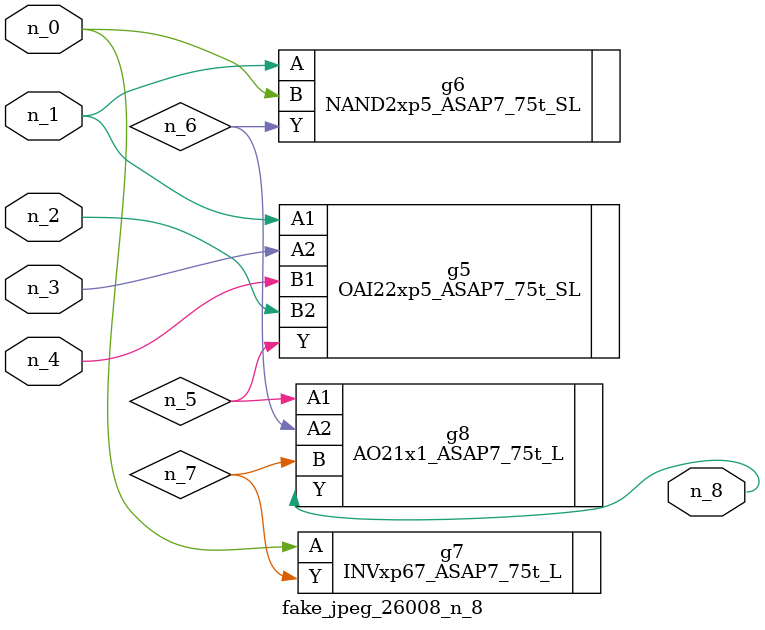
<source format=v>
module fake_jpeg_26008_n_8 (n_3, n_2, n_1, n_0, n_4, n_8);

input n_3;
input n_2;
input n_1;
input n_0;
input n_4;

output n_8;

wire n_6;
wire n_5;
wire n_7;

OAI22xp5_ASAP7_75t_SL g5 ( 
.A1(n_1),
.A2(n_3),
.B1(n_4),
.B2(n_2),
.Y(n_5)
);

NAND2xp5_ASAP7_75t_SL g6 ( 
.A(n_1),
.B(n_0),
.Y(n_6)
);

INVxp67_ASAP7_75t_L g7 ( 
.A(n_0),
.Y(n_7)
);

AO21x1_ASAP7_75t_L g8 ( 
.A1(n_5),
.A2(n_6),
.B(n_7),
.Y(n_8)
);


endmodule
</source>
